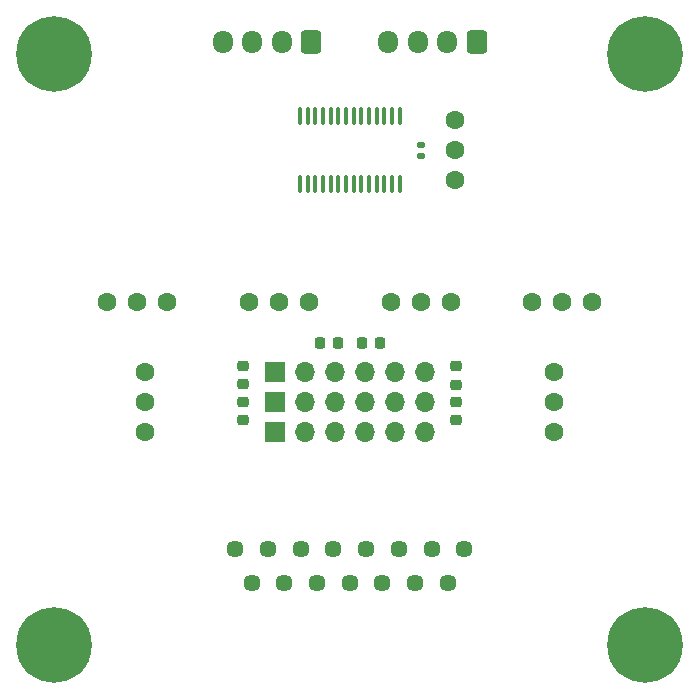
<source format=gbr>
%TF.GenerationSoftware,KiCad,Pcbnew,8.0.0-8.0.0-1~ubuntu22.04.1*%
%TF.CreationDate,2024-03-31T18:48:54+02:00*%
%TF.ProjectId,Projet_Animatronic,50726f6a-6574-45f4-916e-696d6174726f,rev?*%
%TF.SameCoordinates,Original*%
%TF.FileFunction,Soldermask,Top*%
%TF.FilePolarity,Negative*%
%FSLAX46Y46*%
G04 Gerber Fmt 4.6, Leading zero omitted, Abs format (unit mm)*
G04 Created by KiCad (PCBNEW 8.0.0-8.0.0-1~ubuntu22.04.1) date 2024-03-31 18:48:54*
%MOMM*%
%LPD*%
G01*
G04 APERTURE LIST*
G04 Aperture macros list*
%AMRoundRect*
0 Rectangle with rounded corners*
0 $1 Rounding radius*
0 $2 $3 $4 $5 $6 $7 $8 $9 X,Y pos of 4 corners*
0 Add a 4 corners polygon primitive as box body*
4,1,4,$2,$3,$4,$5,$6,$7,$8,$9,$2,$3,0*
0 Add four circle primitives for the rounded corners*
1,1,$1+$1,$2,$3*
1,1,$1+$1,$4,$5*
1,1,$1+$1,$6,$7*
1,1,$1+$1,$8,$9*
0 Add four rect primitives between the rounded corners*
20,1,$1+$1,$2,$3,$4,$5,0*
20,1,$1+$1,$4,$5,$6,$7,0*
20,1,$1+$1,$6,$7,$8,$9,0*
20,1,$1+$1,$8,$9,$2,$3,0*%
G04 Aperture macros list end*
%ADD10C,1.600000*%
%ADD11C,1.447800*%
%ADD12RoundRect,0.250000X0.600000X0.725000X-0.600000X0.725000X-0.600000X-0.725000X0.600000X-0.725000X0*%
%ADD13O,1.700000X1.950000*%
%ADD14C,0.800000*%
%ADD15C,6.400000*%
%ADD16R,1.700000X1.700000*%
%ADD17O,1.700000X1.700000*%
%ADD18RoundRect,0.100000X-0.100000X0.637500X-0.100000X-0.637500X0.100000X-0.637500X0.100000X0.637500X0*%
%ADD19RoundRect,0.225000X-0.250000X0.225000X-0.250000X-0.225000X0.250000X-0.225000X0.250000X0.225000X0*%
%ADD20RoundRect,0.225000X0.225000X0.250000X-0.225000X0.250000X-0.225000X-0.250000X0.225000X-0.250000X0*%
%ADD21RoundRect,0.225000X-0.225000X-0.250000X0.225000X-0.250000X0.225000X0.250000X-0.225000X0.250000X0*%
%ADD22RoundRect,0.140000X0.170000X-0.140000X0.170000X0.140000X-0.170000X0.140000X-0.170000X-0.140000X0*%
%ADD23RoundRect,0.225000X0.250000X-0.225000X0.250000X0.225000X-0.250000X0.225000X-0.250000X-0.225000X0*%
G04 APERTURE END LIST*
D10*
%TO.C,U105*%
X103460000Y-111000000D03*
X106000000Y-111000000D03*
X108540000Y-111000000D03*
%TD*%
D11*
%TO.C,J101*%
X90305000Y-131939993D03*
X93075000Y-131939993D03*
X95844999Y-131939993D03*
X98614999Y-131939993D03*
X101384998Y-131939993D03*
X104154998Y-131939993D03*
X106924998Y-131939993D03*
X109694997Y-131939993D03*
X91690001Y-134779992D03*
X94460001Y-134779992D03*
X97230000Y-134779992D03*
X100000000Y-134779992D03*
X102770000Y-134779992D03*
X105539999Y-134779992D03*
X108309999Y-134779992D03*
%TD*%
D10*
%TO.C,U107*%
X79460000Y-111000000D03*
X82000000Y-111000000D03*
X84540000Y-111000000D03*
%TD*%
D12*
%TO.C,J103*%
X96750000Y-89000000D03*
D13*
X94250000Y-89000000D03*
X91750000Y-89000000D03*
X89250000Y-89000000D03*
%TD*%
D14*
%TO.C,H103*%
X72600000Y-90000000D03*
X73302944Y-88302944D03*
X73302944Y-91697056D03*
X75000000Y-87600000D03*
D15*
X75000000Y-90000000D03*
D14*
X75000000Y-92400000D03*
X76697056Y-88302944D03*
X76697056Y-91697056D03*
X77400000Y-90000000D03*
%TD*%
D10*
%TO.C,U108*%
X82700000Y-122000000D03*
X82700000Y-119460000D03*
X82700000Y-116920000D03*
%TD*%
D16*
%TO.C,J104*%
X93650000Y-119460000D03*
D17*
X96190000Y-119460000D03*
X98730000Y-119460000D03*
X101270000Y-119460000D03*
X103810000Y-119460000D03*
X106350000Y-119460000D03*
%TD*%
D18*
%TO.C,U101*%
X104225000Y-95275000D03*
X103575000Y-95275000D03*
X102925000Y-95275000D03*
X102275000Y-95275000D03*
X101625000Y-95275000D03*
X100975000Y-95275000D03*
X100325000Y-95275000D03*
X99675000Y-95275000D03*
X99025000Y-95275000D03*
X98375000Y-95275000D03*
X97725000Y-95275000D03*
X97075000Y-95275000D03*
X96425000Y-95275000D03*
X95775000Y-95275000D03*
X95775000Y-101000000D03*
X96425000Y-101000000D03*
X97075000Y-101000000D03*
X97725000Y-101000000D03*
X98375000Y-101000000D03*
X99025000Y-101000000D03*
X99675000Y-101000000D03*
X100325000Y-101000000D03*
X100975000Y-101000000D03*
X101625000Y-101000000D03*
X102275000Y-101000000D03*
X102925000Y-101000000D03*
X103575000Y-101000000D03*
X104225000Y-101000000D03*
%TD*%
D14*
%TO.C,H102*%
X122600000Y-140000000D03*
X123302944Y-138302944D03*
X123302944Y-141697056D03*
X125000000Y-137600000D03*
D15*
X125000000Y-140000000D03*
D14*
X125000000Y-142400000D03*
X126697056Y-138302944D03*
X126697056Y-141697056D03*
X127400000Y-140000000D03*
%TD*%
D10*
%TO.C,U103*%
X117300000Y-116920000D03*
X117300000Y-119460000D03*
X117300000Y-122000000D03*
%TD*%
D14*
%TO.C,H101*%
X72600000Y-140000000D03*
X73302944Y-138302944D03*
X73302944Y-141697056D03*
X75000000Y-137600000D03*
D15*
X75000000Y-140000000D03*
D14*
X75000000Y-142400000D03*
X76697056Y-138302944D03*
X76697056Y-141697056D03*
X77400000Y-140000000D03*
%TD*%
%TO.C,H104*%
X122600000Y-90000000D03*
X123302944Y-88302944D03*
X123302944Y-91697056D03*
X125000000Y-87600000D03*
D15*
X125000000Y-90000000D03*
D14*
X125000000Y-92400000D03*
X126697056Y-88302944D03*
X126697056Y-91697056D03*
X127400000Y-90000000D03*
%TD*%
D10*
%TO.C,U102*%
X108900000Y-95597500D03*
X108900000Y-98137500D03*
X108900000Y-100677500D03*
%TD*%
D19*
%TO.C,C104*%
X91000000Y-119447000D03*
X91000000Y-120997000D03*
%TD*%
D10*
%TO.C,U106*%
X91460000Y-111000000D03*
X94000000Y-111000000D03*
X96540000Y-111000000D03*
%TD*%
D20*
%TO.C,C105*%
X102553000Y-114500000D03*
X101003000Y-114500000D03*
%TD*%
D12*
%TO.C,J102*%
X110750000Y-89000000D03*
D13*
X108250000Y-89000000D03*
X105750000Y-89000000D03*
X103250000Y-89000000D03*
%TD*%
D21*
%TO.C,C112*%
X97447000Y-114500000D03*
X98997000Y-114500000D03*
%TD*%
D10*
%TO.C,U104*%
X115460000Y-111000000D03*
X118000000Y-111000000D03*
X120540000Y-111000000D03*
%TD*%
D19*
%TO.C,C113*%
X109000000Y-119447000D03*
X109000000Y-120997000D03*
%TD*%
D16*
%TO.C,J106*%
X93650000Y-116920000D03*
D17*
X96190000Y-116920000D03*
X98730000Y-116920000D03*
X101270000Y-116920000D03*
X103810000Y-116920000D03*
X106350000Y-116920000D03*
%TD*%
D22*
%TO.C,C101*%
X106000000Y-98655000D03*
X106000000Y-97695000D03*
%TD*%
D23*
%TO.C,C108*%
X91000000Y-117975000D03*
X91000000Y-116425000D03*
%TD*%
D16*
%TO.C,J105*%
X93650000Y-122000000D03*
D17*
X96190000Y-122000000D03*
X98730000Y-122000000D03*
X101270000Y-122000000D03*
X103810000Y-122000000D03*
X106350000Y-122000000D03*
%TD*%
D23*
%TO.C,C109*%
X109000000Y-118000000D03*
X109000000Y-116450000D03*
%TD*%
M02*

</source>
